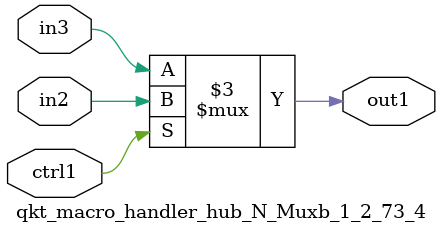
<source format=v>

`timescale 1ps / 1ps


module qkt_macro_handler_hub_N_Muxb_1_2_73_4( in3, in2, ctrl1, out1 );

    input in3;
    input in2;
    input ctrl1;
    output out1;
    reg out1;

    
    // rtl_process:qkt_macro_handler_hub_N_Muxb_1_2_73_4/qkt_macro_handler_hub_N_Muxb_1_2_73_4_thread_1
    always @*
      begin : qkt_macro_handler_hub_N_Muxb_1_2_73_4_thread_1
        case (ctrl1) 
          1'b1: 
            begin
              out1 = in2;
            end
          default: 
            begin
              out1 = in3;
            end
        endcase
      end

endmodule



</source>
